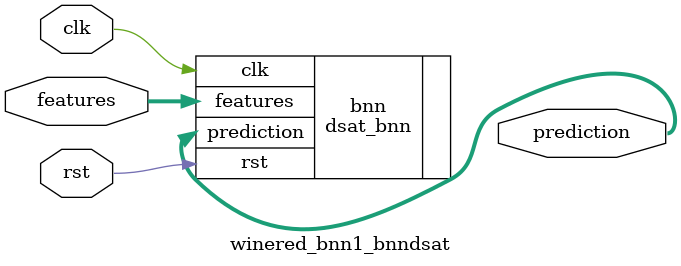
<source format=v>















module winered_bnn1_bnndsat #(

parameter FEAT_CNT = 11,
parameter HIDDEN_CNT = 40,
parameter FEAT_BITS = 4,
parameter CLASS_CNT = 6,
parameter TEST_CNT = 1000


  ) (
  input clk,
  input rst,
  input [FEAT_CNT*FEAT_BITS-1:0] features,
  output [$clog2(CLASS_CNT)-1:0] prediction
  );

  localparam Weights0 = 440'b11101100111111100100101100110010011011110110111111101101011011000101100010011000011100010100101010010000111110001110100110011010100011010100001101110011000000011110001100111000111000000010110101110111101111111000101110110001010110011111100000101010011100101001111011101110111001010100110111000110111111000101110111100001000000011011111010111001101100001010010111011100011001101010110110010000011110100000101000110010000011100000000110011000 ;
  localparam Weights1 = 240'b101011110101010111101111010101000101111001101110110011111110010011110100100011101000101011111101111001010101001011000101101011100011011000100010000100100000001111000110100000011011100000011101001111010010001011110000001101110000010000111001 ;
  localparam Widths = 320'h05070601010606050506060606060606060601060607050601060601060501060606060606050606 ;

  dsat_bnn #(.FEAT_CNT(FEAT_CNT),.FEAT_BITS(FEAT_BITS),.HIDDEN_CNT(HIDDEN_CNT),.CLASS_CNT(CLASS_CNT),.Weights0(Weights0),.Weights1(Weights1),
    .WIDTHS(Widths)) bnn (
    .clk(clk),
    .rst(rst),
    .features(features),
    .prediction(prediction)
  );

endmodule

</source>
